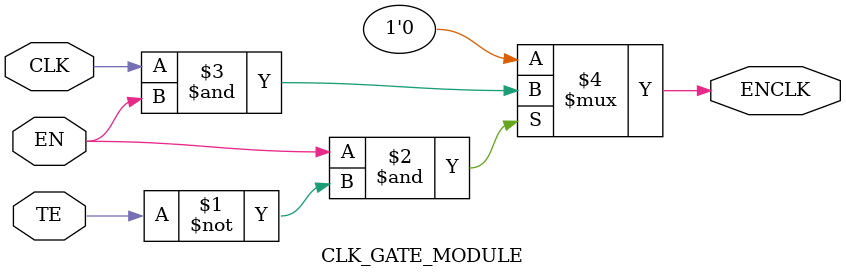
<source format=v>

module CLK_GATE_MODULE (
  input CLK, EN, TE,
  output ENCLK
);

  assign ENCLK = (EN & ~TE) ? CLK & EN : 1'b0;

endmodule

</source>
